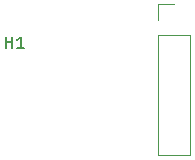
<source format=gbr>
%TF.GenerationSoftware,KiCad,Pcbnew,7.0.8*%
%TF.CreationDate,2024-02-13T11:30:59-06:00*%
%TF.ProjectId,SerialClampBottom,53657269-616c-4436-9c61-6d70426f7474,rev?*%
%TF.SameCoordinates,Original*%
%TF.FileFunction,Legend,Top*%
%TF.FilePolarity,Positive*%
%FSLAX46Y46*%
G04 Gerber Fmt 4.6, Leading zero omitted, Abs format (unit mm)*
G04 Created by KiCad (PCBNEW 7.0.8) date 2024-02-13 11:30:59*
%MOMM*%
%LPD*%
G01*
G04 APERTURE LIST*
%ADD10C,0.150000*%
%ADD11C,0.120000*%
G04 APERTURE END LIST*
D10*
X149018095Y-81999819D02*
X149018095Y-80999819D01*
X149018095Y-81476009D02*
X149589523Y-81476009D01*
X149589523Y-81999819D02*
X149589523Y-80999819D01*
X150589523Y-81999819D02*
X150018095Y-81999819D01*
X150303809Y-81999819D02*
X150303809Y-80999819D01*
X150303809Y-80999819D02*
X150208571Y-81142676D01*
X150208571Y-81142676D02*
X150113333Y-81237914D01*
X150113333Y-81237914D02*
X150018095Y-81285533D01*
D11*
%TO.C,J2*%
X161950000Y-78240000D02*
X163280000Y-78240000D01*
X161950000Y-79570000D02*
X161950000Y-78240000D01*
X161950000Y-80840000D02*
X161950000Y-91060000D01*
X161950000Y-80840000D02*
X164610000Y-80840000D01*
X161950000Y-91060000D02*
X164610000Y-91060000D01*
X164610000Y-80840000D02*
X164610000Y-91060000D01*
%TD*%
M02*

</source>
